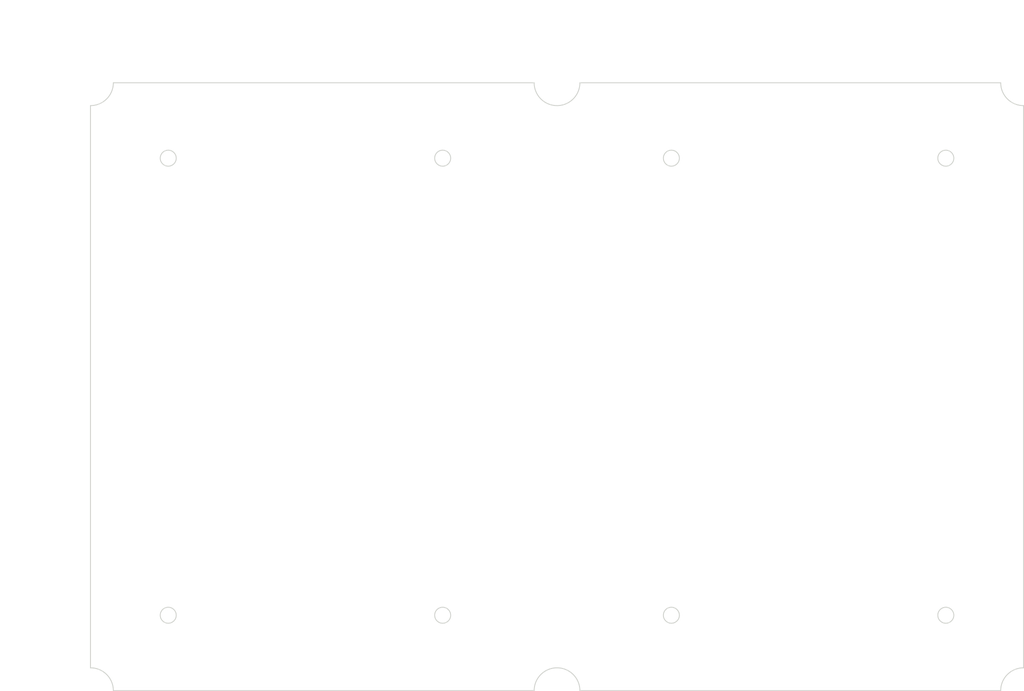
<source format=kicad_pcb>
(kicad_pcb (version 20171130) (host pcbnew "(5.1.0)-1")

  (general
    (thickness 1.6)
    (drawings 75)
    (tracks 0)
    (zones 0)
    (modules 0)
    (nets 1)
  )

  (page A3)
  (layers
    (0 F.Cu signal)
    (31 B.Cu signal)
    (32 B.Adhes user)
    (33 F.Adhes user)
    (34 B.Paste user)
    (35 F.Paste user)
    (36 B.SilkS user)
    (37 F.SilkS user)
    (38 B.Mask user)
    (39 F.Mask user)
    (40 Dwgs.User user)
    (41 Cmts.User user)
    (42 Eco1.User user)
    (43 Eco2.User user)
    (44 Edge.Cuts user)
    (45 Margin user)
    (46 B.CrtYd user)
    (47 F.CrtYd user)
    (48 B.Fab user)
    (49 F.Fab user)
  )

  (setup
    (last_trace_width 0.25)
    (trace_clearance 0.2)
    (zone_clearance 0.508)
    (zone_45_only no)
    (trace_min 0.2)
    (via_size 0.8)
    (via_drill 0.4)
    (via_min_size 0.4)
    (via_min_drill 0.3)
    (uvia_size 0.3)
    (uvia_drill 0.1)
    (uvias_allowed no)
    (uvia_min_size 0.2)
    (uvia_min_drill 0.1)
    (edge_width 0.05)
    (segment_width 0.2)
    (pcb_text_width 0.3)
    (pcb_text_size 1.5 1.5)
    (mod_edge_width 0.12)
    (mod_text_size 1 1)
    (mod_text_width 0.15)
    (pad_size 1.524 1.524)
    (pad_drill 0.762)
    (pad_to_mask_clearance 0.051)
    (solder_mask_min_width 0.25)
    (aux_axis_origin 0 0)
    (visible_elements FFFFFF7F)
    (pcbplotparams
      (layerselection 0x010fc_ffffffff)
      (usegerberextensions false)
      (usegerberattributes false)
      (usegerberadvancedattributes false)
      (creategerberjobfile false)
      (excludeedgelayer true)
      (linewidth 0.152400)
      (plotframeref false)
      (viasonmask false)
      (mode 1)
      (useauxorigin false)
      (hpglpennumber 1)
      (hpglpenspeed 20)
      (hpglpendiameter 15.000000)
      (psnegative false)
      (psa4output false)
      (plotreference true)
      (plotvalue true)
      (plotinvisibletext false)
      (padsonsilk false)
      (subtractmaskfromsilk false)
      (outputformat 1)
      (mirror false)
      (drillshape 1)
      (scaleselection 1)
      (outputdirectory ""))
  )

  (net 0 "")

  (net_class Default "This is the default net class."
    (clearance 0.2)
    (trace_width 0.25)
    (via_dia 0.8)
    (via_drill 0.4)
    (uvia_dia 0.3)
    (uvia_drill 0.1)
  )

  (gr_line (start 107.756822 209.511181) (end 107.756822 86.511181) (layer Edge.Cuts) (width 0.2))
  (gr_arc (start 107.756822 214.511181) (end 112.756822 214.511181) (angle -90) (layer Edge.Cuts) (width 0.2))
  (gr_line (start 204.756822 214.511181) (end 112.756822 214.511181) (layer Edge.Cuts) (width 0.2))
  (gr_arc (start 209.756822 214.511181) (end 214.756822 214.511181) (angle -180) (layer Edge.Cuts) (width 0.2))
  (gr_line (start 306.756822 214.511181) (end 214.756822 214.511181) (layer Edge.Cuts) (width 0.2))
  (gr_arc (start 311.756822 214.511181) (end 311.756822 209.511181) (angle -90) (layer Edge.Cuts) (width 0.2))
  (gr_line (start 311.756822 86.511181) (end 311.756822 209.511181) (layer Edge.Cuts) (width 0.2))
  (gr_arc (start 311.756822 81.511181) (end 306.756822 81.511181) (angle -90) (layer Edge.Cuts) (width 0.2))
  (gr_line (start 214.756822 81.511181) (end 306.756822 81.511181) (layer Edge.Cuts) (width 0.2))
  (gr_arc (start 209.756822 81.511181) (end 204.756822 81.511181) (angle -180) (layer Edge.Cuts) (width 0.2))
  (gr_line (start 112.756822 81.511181) (end 204.756822 81.511181) (layer Edge.Cuts) (width 0.2))
  (gr_arc (start 107.756822 81.511181) (end 107.756822 86.511181) (angle -90) (layer Edge.Cuts) (width 0.2))
  (gr_circle (center 124.756822 198.011181) (end 126.506822 198.011181) (layer Edge.Cuts) (width 0.2))
  (gr_circle (center 234.756822 198.011181) (end 236.506822 198.011181) (layer Edge.Cuts) (width 0.2))
  (gr_circle (center 294.756822 98.011181) (end 296.506822 98.011181) (layer Edge.Cuts) (width 0.2))
  (gr_circle (center 184.756822 98.011181) (end 186.506822 98.011181) (layer Edge.Cuts) (width 0.2))
  (gr_circle (center 124.756822 98.011181) (end 126.506822 98.011181) (layer Edge.Cuts) (width 0.2))
  (gr_circle (center 234.756822 98.011181) (end 236.506822 98.011181) (layer Edge.Cuts) (width 0.2))
  (gr_circle (center 294.756822 198.011181) (end 296.506822 198.011181) (layer Edge.Cuts) (width 0.2))
  (gr_circle (center 184.756822 198.011181) (end 186.506822 198.011181) (layer Edge.Cuts) (width 0.2))
  (gr_text [.39] (at 221.61252 77.88486) (layer Dwgs.User)
    (effects (font (size 1.7 1.53) (thickness 0.2125)))
  )
  (gr_text " 10.00" (at 221.61252 74.327425) (layer Dwgs.User)
    (effects (font (size 1.7 1.53) (thickness 0.2125)))
  )
  (gr_line (start 214.756822 75.995399) (end 217.567909 75.995399) (layer Dwgs.User) (width 0.2))
  (gr_line (start 206.756822 75.995399) (end 212.756822 75.995399) (layer Dwgs.User) (width 0.2))
  (gr_line (start 204.756822 80.511181) (end 204.756822 72.820399) (layer Dwgs.User) (width 0.2))
  (gr_line (start 214.756822 80.511181) (end 214.756822 72.820399) (layer Dwgs.User) (width 0.2))
  (gr_text [R0.20] (at 125.479866 209.816136) (layer Dwgs.User)
    (effects (font (size 1.7 1.53) (thickness 0.2125)))
  )
  (gr_text " R5.00" (at 125.479866 206.258701) (layer Dwgs.User)
    (effects (font (size 1.7 1.53) (thickness 0.2125)))
  )
  (gr_line (start 119.009095 207.926675) (end 113.798436 210.975802) (layer Dwgs.User) (width 0.2))
  (gr_line (start 121.009095 207.926675) (end 119.009095 207.926675) (layer Dwgs.User) (width 0.2))
  (gr_text [.65] (at 131.599462 91.650642) (layer Dwgs.User)
    (effects (font (size 1.7 1.53) (thickness 0.2125)))
  )
  (gr_text " 16.50" (at 131.599462 88.093206) (layer Dwgs.User)
    (effects (font (size 1.7 1.53) (thickness 0.2125)))
  )
  (gr_line (start 131.599462 96.011181) (end 131.599462 93.318616) (layer Dwgs.User) (width 0.2))
  (gr_line (start 131.599462 83.511181) (end 131.599462 86.203745) (layer Dwgs.User) (width 0.2))
  (gr_line (start 125.756822 98.011181) (end 134.774462 98.011181) (layer Dwgs.User) (width 0.2))
  (gr_text [.67] (at 116.256822 107.419676) (layer Dwgs.User)
    (effects (font (size 1.7 1.53) (thickness 0.2125)))
  )
  (gr_text " 17.00" (at 116.256822 103.862241) (layer Dwgs.User)
    (effects (font (size 1.7 1.53) (thickness 0.2125)))
  )
  (gr_line (start 109.756822 105.530215) (end 112.212211 105.530215) (layer Dwgs.User) (width 0.2))
  (gr_line (start 122.756822 105.530215) (end 120.301433 105.530215) (layer Dwgs.User) (width 0.2))
  (gr_line (start 124.756822 99.011181) (end 124.756822 108.705215) (layer Dwgs.User) (width 0.2))
  (gr_text [3.62] (at 158.756822 73.400642) (layer Dwgs.User)
    (effects (font (size 1.7 1.53) (thickness 0.2125)))
  )
  (gr_text " 92.00" (at 158.756822 69.843206) (layer Dwgs.User)
    (effects (font (size 1.7 1.53) (thickness 0.2125)))
  )
  (gr_line (start 202.756822 71.511181) (end 162.801433 71.511181) (layer Dwgs.User) (width 0.2))
  (gr_line (start 114.756822 71.511181) (end 154.712211 71.511181) (layer Dwgs.User) (width 0.2))
  (gr_line (start 204.756822 80.511181) (end 204.756822 68.336181) (layer Dwgs.User) (width 0.2))
  (gr_line (start 112.756822 80.511181) (end 112.756822 68.336181) (layer Dwgs.User) (width 0.2))
  (gr_text [4.84] (at 100.543641 149.900642) (layer Dwgs.User)
    (effects (font (size 1.7 1.53) (thickness 0.2125)))
  )
  (gr_text " 123.00" (at 100.543641 146.342627) (layer Dwgs.User)
    (effects (font (size 1.7 1.53) (thickness 0.2125)))
  )
  (gr_line (start 100.543641 88.511181) (end 100.543641 144.453165) (layer Dwgs.User) (width 0.2))
  (gr_line (start 100.543641 207.511181) (end 100.543641 151.569196) (layer Dwgs.User) (width 0.2))
  (gr_line (start 106.756822 86.511181) (end 97.368641 86.511181) (layer Dwgs.User) (width 0.2))
  (gr_line (start 106.756822 209.511181) (end 97.368641 209.511181) (layer Dwgs.User) (width 0.2))
  (gr_line (start 124.756822 98.101181) (end 124.756822 97.921181) (layer Dwgs.User) (width 0.2))
  (gr_line (start 124.666822 98.011181) (end 124.846822 98.011181) (layer Dwgs.User) (width 0.2))
  (gr_text " ∅3.50\n[∅0.14]" (at 139.799504 106.580639) (layer Dwgs.User)
    (effects (font (size 1.7 1.53) (thickness 0.2125)))
  )
  (gr_line (start 133.262635 106.580639) (end 127.398571 100.672696) (layer Dwgs.User) (width 0.2))
  (gr_line (start 135.262635 106.580639) (end 133.262635 106.580639) (layer Dwgs.User) (width 0.2))
  (gr_text [2.36] (at 156.006219 77.773113) (layer Dwgs.User)
    (effects (font (size 1.7 1.53) (thickness 0.2125)))
  )
  (gr_text " 60.00" (at 156.006219 74.215678) (layer Dwgs.User)
    (effects (font (size 1.7 1.53) (thickness 0.2125)))
  )
  (gr_line (start 126.756822 75.883652) (end 151.961608 75.883652) (layer Dwgs.User) (width 0.2))
  (gr_line (start 182.756822 75.883652) (end 160.050831 75.883652) (layer Dwgs.User) (width 0.2))
  (gr_line (start 124.756822 97.011181) (end 124.756822 72.708652) (layer Dwgs.User) (width 0.2))
  (gr_line (start 184.756822 97.011181) (end 184.756822 72.708652) (layer Dwgs.User) (width 0.2))
  (gr_text [5.24] (at 92.730614 137.477464) (layer Dwgs.User)
    (effects (font (size 1.7 1.53) (thickness 0.2125)))
  )
  (gr_text " 133.00" (at 92.730614 133.919449) (layer Dwgs.User)
    (effects (font (size 1.7 1.53) (thickness 0.2125)))
  )
  (gr_line (start 92.730614 83.511181) (end 92.730614 132.029988) (layer Dwgs.User) (width 0.2))
  (gr_line (start 92.730614 212.511181) (end 92.730614 139.146018) (layer Dwgs.User) (width 0.2))
  (gr_line (start 111.756822 81.511181) (end 89.555614 81.511181) (layer Dwgs.User) (width 0.2))
  (gr_line (start 111.756822 214.511181) (end 89.555614 214.511181) (layer Dwgs.User) (width 0.2))
  (gr_text [8.03] (at 216.977628 68.567424) (layer Dwgs.User)
    (effects (font (size 1.7 1.53) (thickness 0.2125)))
  )
  (gr_text " 204.00" (at 216.977628 65.009988) (layer Dwgs.User)
    (effects (font (size 1.7 1.53) (thickness 0.2125)))
  )
  (gr_line (start 109.756822 66.677962) (end 212.272614 66.677962) (layer Dwgs.User) (width 0.2))
  (gr_line (start 309.756822 66.677962) (end 221.682642 66.677962) (layer Dwgs.User) (width 0.2))
  (gr_line (start 107.756822 85.511181) (end 107.756822 63.502962) (layer Dwgs.User) (width 0.2))
  (gr_line (start 311.756822 85.511181) (end 311.756822 63.502962) (layer Dwgs.User) (width 0.2))

)

</source>
